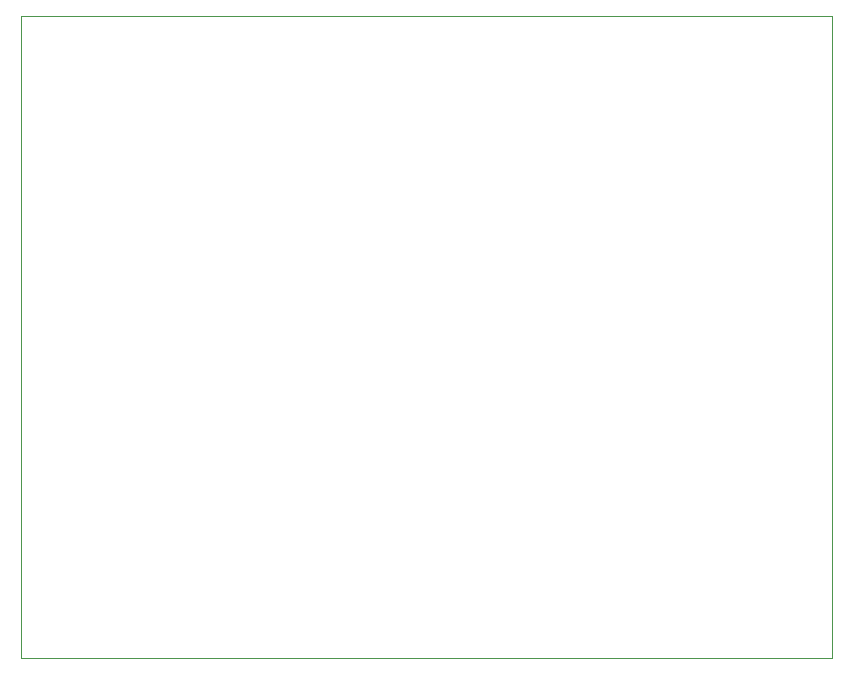
<source format=gbr>
%TF.GenerationSoftware,KiCad,Pcbnew,8.99.0-1896-g1e663268ac*%
%TF.CreationDate,2024-10-16T09:53:04+03:00*%
%TF.ProjectId,diagnostic_tester,64696167-6e6f-4737-9469-635f74657374,rev?*%
%TF.SameCoordinates,Original*%
%TF.FileFunction,Profile,NP*%
%FSLAX46Y46*%
G04 Gerber Fmt 4.6, Leading zero omitted, Abs format (unit mm)*
G04 Created by KiCad (PCBNEW 8.99.0-1896-g1e663268ac) date 2024-10-16 09:53:04*
%MOMM*%
%LPD*%
G01*
G04 APERTURE LIST*
%TA.AperFunction,Profile*%
%ADD10C,0.050000*%
%TD*%
G04 APERTURE END LIST*
D10*
X43515000Y-36400000D02*
X112250000Y-36400000D01*
X112250000Y-90700000D01*
X43515000Y-90700000D01*
X43515000Y-36400000D01*
M02*

</source>
